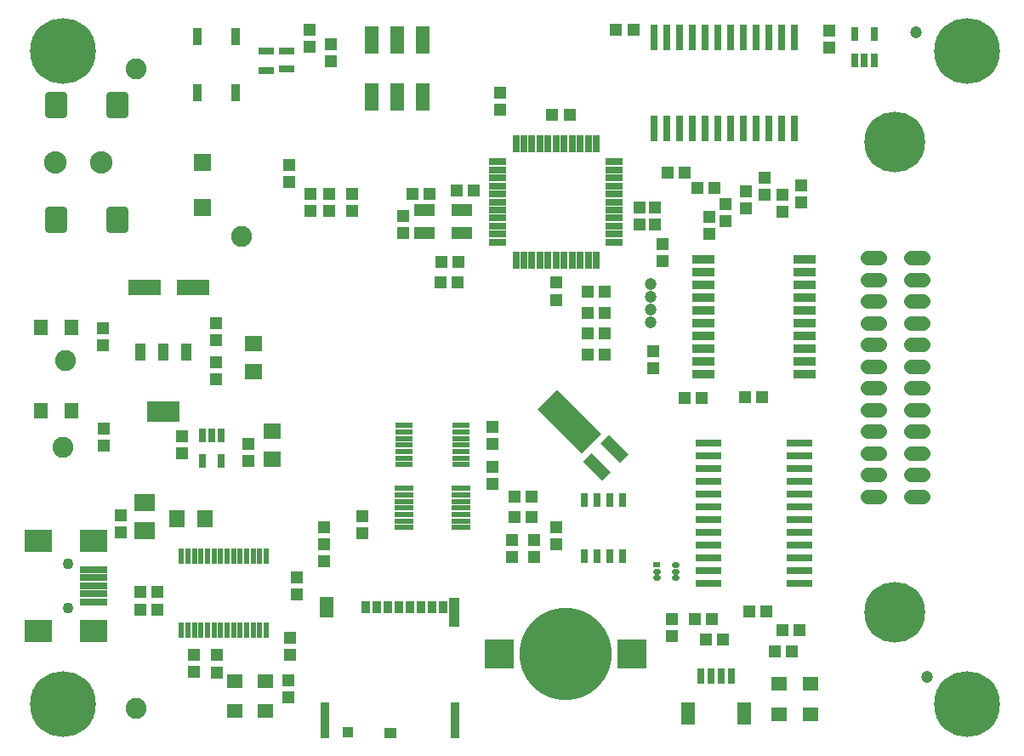
<source format=gbr>
G04 EAGLE Gerber RS-274X export*
G75*
%MOMM*%
%FSLAX34Y34*%
%LPD*%
%INSoldermask Top*%
%IPPOS*%
%AMOC8*
5,1,8,0,0,1.08239X$1,22.5*%
G01*
%ADD10R,1.203200X1.303200*%
%ADD11R,1.303200X1.203200*%
%ADD12C,1.203200*%
%ADD13R,1.603200X1.403200*%
%ADD14R,0.965200X1.727200*%
%ADD15R,1.603200X1.803200*%
%ADD16R,2.003200X1.803200*%
%ADD17R,0.753200X1.403200*%
%ADD18R,1.703200X0.703200*%
%ADD19R,0.703200X1.703200*%
%ADD20R,1.803200X1.603200*%
%ADD21R,3.203200X1.603200*%
%ADD22R,1.016000X1.727200*%
%ADD23R,3.327400X2.108200*%
%ADD24R,1.673200X1.727200*%
%ADD25C,0.793150*%
%ADD26C,2.235200*%
%ADD27R,2.103200X1.303200*%
%ADD28C,1.422400*%
%ADD29C,6.045200*%
%ADD30R,1.403200X1.603200*%
%ADD31R,1.473200X2.743200*%
%ADD32R,2.235200X0.863600*%
%ADD33C,6.553200*%
%ADD34R,2.703200X0.703200*%
%ADD35R,2.703200X2.203200*%
%ADD36C,1.103200*%
%ADD37C,2.082800*%
%ADD38R,0.551200X1.600200*%
%ADD39R,1.524000X0.762000*%
%ADD40R,0.762000X2.514600*%
%ADD41R,2.514600X0.762000*%
%ADD42R,0.803200X1.553200*%
%ADD43R,1.403200X2.203200*%
%ADD44R,0.803200X0.623200*%
%ADD45C,0.623200*%
%ADD46R,0.903200X1.303200*%
%ADD47R,1.343200X2.033200*%
%ADD48R,1.063200X3.003200*%
%ADD49R,0.903200X3.533200*%
%ADD50R,1.103200X1.133200*%
%ADD51R,1.253200X0.983200*%
%ADD52R,1.203200X2.703200*%
%ADD53R,2.703200X6.203200*%
%ADD54R,0.803200X1.403200*%
%ADD55R,2.984500X2.984500*%
%ADD56C,9.203200*%
%ADD57R,1.676400X0.558800*%
%ADD58R,1.879600X0.558800*%


D10*
X639420Y543900D03*
X639420Y526900D03*
D11*
X758700Y102320D03*
X775700Y102320D03*
D10*
X316950Y706900D03*
X316950Y689900D03*
D11*
X537100Y636700D03*
X554100Y636700D03*
D12*
X910200Y76920D03*
X899300Y718120D03*
D13*
X762370Y69800D03*
X762370Y39800D03*
D14*
X183750Y658760D03*
X183750Y714640D03*
X221850Y658760D03*
X221850Y714640D03*
D10*
X519000Y195900D03*
X519000Y212900D03*
D11*
X499400Y235500D03*
X516400Y235500D03*
D10*
X497100Y195900D03*
X497100Y212900D03*
D11*
X499400Y255900D03*
X516400Y255900D03*
D10*
X107300Y220600D03*
X107300Y237600D03*
X274600Y73400D03*
X274600Y56400D03*
D11*
X443900Y489900D03*
X426900Y489900D03*
X443100Y469600D03*
X426100Y469600D03*
D10*
X202700Y98400D03*
X202700Y81400D03*
D15*
X191600Y234000D03*
X163600Y234000D03*
D11*
X126600Y161500D03*
X143600Y161500D03*
X126600Y144000D03*
X143600Y144000D03*
D10*
X180400Y98600D03*
X180400Y81600D03*
D13*
X221000Y42700D03*
X221000Y72700D03*
X251000Y42700D03*
X251000Y72700D03*
D16*
X131500Y222600D03*
X131500Y250600D03*
D17*
X838200Y690799D03*
X847700Y690799D03*
X857200Y690799D03*
X857200Y716801D03*
X838200Y716801D03*
D18*
X482700Y589600D03*
X482700Y581600D03*
X482700Y573600D03*
X482700Y565600D03*
X482700Y557600D03*
X482700Y549600D03*
X482700Y541600D03*
X482700Y533600D03*
X482700Y525600D03*
X482700Y517600D03*
X482700Y509600D03*
D19*
X500700Y491600D03*
X508700Y491600D03*
X516700Y491600D03*
X524700Y491600D03*
X532700Y491600D03*
X540700Y491600D03*
X548700Y491600D03*
X556700Y491600D03*
X564700Y491600D03*
X572700Y491600D03*
X580700Y491600D03*
D18*
X598700Y509600D03*
X598700Y517600D03*
X598700Y525600D03*
X598700Y533600D03*
X598700Y541600D03*
X598700Y549600D03*
X598700Y557600D03*
X598700Y565600D03*
X598700Y573600D03*
X598700Y581600D03*
X598700Y589600D03*
D19*
X580700Y607600D03*
X572700Y607600D03*
X564700Y607600D03*
X556700Y607600D03*
X548700Y607600D03*
X540700Y607600D03*
X532700Y607600D03*
X524700Y607600D03*
X516700Y607600D03*
X508700Y607600D03*
X500700Y607600D03*
D10*
X646500Y490800D03*
X646500Y507800D03*
X540600Y452200D03*
X540600Y469200D03*
D11*
X441800Y561200D03*
X458800Y561200D03*
D10*
X623700Y543800D03*
X623700Y526800D03*
D20*
X239900Y408600D03*
X239900Y380600D03*
D10*
X168500Y316400D03*
X168500Y299400D03*
D21*
X179500Y464500D03*
X131500Y464500D03*
D17*
X207300Y317601D03*
X197800Y317601D03*
X188300Y317601D03*
X188300Y291599D03*
X207300Y291599D03*
D10*
X234000Y292100D03*
X234000Y309100D03*
D22*
X172507Y400200D03*
X149800Y400200D03*
X126915Y400200D03*
D23*
X149800Y340790D03*
D10*
X202500Y428800D03*
X202500Y411800D03*
X202500Y390300D03*
X202500Y373300D03*
D20*
X258300Y321800D03*
X258300Y293800D03*
D24*
X188300Y589370D03*
X188300Y543830D03*
D25*
X49650Y637350D02*
X35550Y637350D01*
X35550Y655450D01*
X49650Y655450D01*
X49650Y637350D01*
X49650Y644885D02*
X35550Y644885D01*
X35550Y652420D02*
X49650Y652420D01*
X49650Y523350D02*
X35550Y523350D01*
X35550Y541450D01*
X49650Y541450D01*
X49650Y523350D01*
X49650Y530885D02*
X35550Y530885D01*
X35550Y538420D02*
X49650Y538420D01*
X96550Y637350D02*
X110650Y637350D01*
X96550Y637350D02*
X96550Y655450D01*
X110650Y655450D01*
X110650Y637350D01*
X110650Y644885D02*
X96550Y644885D01*
X96550Y652420D02*
X110650Y652420D01*
X110650Y523350D02*
X96550Y523350D01*
X96550Y541450D01*
X110650Y541450D01*
X110650Y523350D01*
X110650Y530885D02*
X96550Y530885D01*
X96550Y538420D02*
X110650Y538420D01*
D26*
X42600Y589400D03*
X88320Y589400D03*
D27*
X447000Y541800D03*
X410000Y518800D03*
X447000Y518800D03*
X410000Y541800D03*
D11*
X397700Y558000D03*
X414700Y558000D03*
D10*
X388100Y535800D03*
X388100Y518800D03*
D28*
X850614Y493745D02*
X862806Y493745D01*
X862806Y472155D02*
X850614Y472155D01*
X850614Y450565D02*
X862806Y450565D01*
X862806Y428975D02*
X850614Y428975D01*
X850614Y407385D02*
X862806Y407385D01*
X862806Y385795D02*
X850614Y385795D01*
X850614Y364205D02*
X862806Y364205D01*
X862806Y342615D02*
X850614Y342615D01*
X850614Y321025D02*
X862806Y321025D01*
X862806Y299435D02*
X850614Y299435D01*
X850614Y277845D02*
X862806Y277845D01*
X862806Y256255D02*
X850614Y256255D01*
X893794Y493745D02*
X905986Y493745D01*
X905986Y472155D02*
X893794Y472155D01*
X893794Y450565D02*
X905986Y450565D01*
X905986Y428975D02*
X893794Y428975D01*
X893794Y407385D02*
X905986Y407385D01*
X905986Y385795D02*
X893794Y385795D01*
X893794Y364205D02*
X905986Y364205D01*
X905986Y342615D02*
X893794Y342615D01*
X893794Y321025D02*
X905986Y321025D01*
X905986Y299435D02*
X893794Y299435D01*
X893794Y277845D02*
X905986Y277845D01*
X905986Y256255D02*
X893794Y256255D01*
D29*
X878300Y608934D03*
X878300Y141066D03*
D10*
X276000Y115600D03*
X276000Y98600D03*
X89400Y424100D03*
X89400Y407100D03*
D30*
X58100Y424800D03*
X28100Y424800D03*
D10*
X90300Y324100D03*
X90300Y307100D03*
D30*
X58100Y341400D03*
X28100Y341400D03*
D11*
X765900Y123200D03*
X782900Y123200D03*
D13*
X794000Y69600D03*
X794000Y39600D03*
D11*
X600600Y721400D03*
X617600Y721400D03*
D10*
X812500Y703400D03*
X812500Y720400D03*
X541100Y208900D03*
X541100Y225900D03*
X337700Y540900D03*
X337700Y557900D03*
X296300Y540900D03*
X296300Y557900D03*
X314500Y540800D03*
X314500Y557800D03*
X275400Y586700D03*
X275400Y569700D03*
D11*
X750000Y142000D03*
X733000Y142000D03*
D10*
X347500Y220000D03*
X347500Y237000D03*
D31*
X407900Y711000D03*
X407900Y654000D03*
X382500Y711000D03*
X382500Y654000D03*
X357100Y711000D03*
X357100Y654000D03*
D32*
X787792Y377850D03*
X787792Y390550D03*
X787792Y403250D03*
X787792Y415950D03*
X787792Y428650D03*
X787792Y441350D03*
X787792Y454050D03*
X787792Y466750D03*
X687208Y466750D03*
X687208Y454050D03*
X687208Y441350D03*
X687208Y428650D03*
X687208Y415950D03*
X687208Y403250D03*
X687208Y390550D03*
X687208Y377850D03*
X787792Y479450D03*
X787792Y492150D03*
X687208Y479450D03*
X687208Y492150D03*
D11*
X746000Y355000D03*
X729000Y355000D03*
X572500Y439000D03*
X589500Y439000D03*
D33*
X50000Y50000D03*
X950000Y50000D03*
X950000Y700000D03*
X50000Y700000D03*
D34*
X80000Y167500D03*
X80000Y175500D03*
X80000Y151500D03*
X80000Y159500D03*
D35*
X25000Y122500D03*
X25000Y212500D03*
X80000Y122500D03*
X80000Y212500D03*
D34*
X80000Y183500D03*
D36*
X55000Y189500D03*
X55000Y145500D03*
D37*
X227500Y515000D03*
X52000Y392000D03*
X50000Y305000D03*
X122500Y682500D03*
D38*
X252250Y123440D03*
X245750Y123440D03*
X239250Y123440D03*
X232750Y123440D03*
X226250Y123440D03*
X219750Y123440D03*
X213250Y123440D03*
X200250Y123440D03*
X206750Y123440D03*
X193750Y123440D03*
X187250Y123440D03*
X180750Y123440D03*
X174250Y123440D03*
X167750Y123440D03*
X252250Y196560D03*
X245750Y196560D03*
X239250Y196560D03*
X232750Y196560D03*
X226250Y196560D03*
X219750Y196560D03*
X213250Y196560D03*
X206750Y196560D03*
X200250Y196560D03*
X193750Y196560D03*
X187250Y196560D03*
X180750Y196560D03*
X174250Y196560D03*
X167750Y196560D03*
D10*
X282500Y176000D03*
X282500Y159000D03*
D39*
X272660Y682253D03*
X272660Y699652D03*
X252340Y699652D03*
X252340Y680348D03*
D10*
X295000Y721000D03*
X295000Y704000D03*
X785000Y549500D03*
X785000Y566500D03*
X766000Y540000D03*
X766000Y557000D03*
X748000Y557000D03*
X748000Y574000D03*
X730000Y543000D03*
X730000Y560000D03*
D11*
X669000Y579000D03*
X652000Y579000D03*
X698500Y564000D03*
X681500Y564000D03*
D10*
X709000Y530500D03*
X709000Y547500D03*
X693000Y517500D03*
X693000Y534500D03*
D40*
X638650Y622788D03*
X651350Y622788D03*
X664050Y622788D03*
X676750Y622788D03*
X689450Y622788D03*
X702150Y622788D03*
X714850Y622788D03*
X727550Y622788D03*
X740250Y622788D03*
X752950Y622788D03*
X765650Y622788D03*
X778350Y622788D03*
X778350Y713212D03*
X765650Y713212D03*
X752950Y713212D03*
X740250Y713212D03*
X727550Y713212D03*
X714850Y713212D03*
X702150Y713212D03*
X689450Y713212D03*
X676750Y713212D03*
X664050Y713212D03*
X651350Y713212D03*
X638650Y713212D03*
D41*
X782712Y170150D03*
X782712Y182850D03*
X782712Y195550D03*
X782712Y208250D03*
X782712Y220950D03*
X782712Y233650D03*
X782712Y246350D03*
X782712Y259050D03*
X782712Y271750D03*
X782712Y284450D03*
X782712Y297150D03*
X782712Y309850D03*
X692288Y309850D03*
X692288Y297150D03*
X692288Y284450D03*
X692288Y271750D03*
X692288Y259050D03*
X692288Y246350D03*
X692288Y233650D03*
X692288Y220950D03*
X692288Y208250D03*
X692288Y195550D03*
X692288Y182850D03*
X692288Y170150D03*
D12*
X635000Y429900D03*
X635000Y442600D03*
X635000Y455300D03*
X635000Y468000D03*
D11*
X690000Y114000D03*
X707000Y114000D03*
X679000Y134500D03*
X696000Y134500D03*
D42*
X685000Y77500D03*
X695000Y77500D03*
X705000Y77500D03*
X715000Y77500D03*
D43*
X728000Y40750D03*
X672000Y40750D03*
D11*
X589500Y397500D03*
X572500Y397500D03*
X589500Y418500D03*
X572500Y418500D03*
D10*
X310000Y191500D03*
X310000Y208500D03*
X310000Y226000D03*
X310000Y209000D03*
X656000Y134000D03*
X656000Y117000D03*
D44*
X640500Y188500D03*
D45*
X639600Y182000D02*
X641400Y182000D01*
X641400Y175500D02*
X639600Y175500D01*
X658600Y175500D02*
X660400Y175500D01*
X660400Y182000D02*
X658600Y182000D01*
X658600Y188500D02*
X660400Y188500D01*
D11*
X572500Y460000D03*
X589500Y460000D03*
D10*
X637500Y401000D03*
X637500Y384000D03*
D11*
X685500Y354500D03*
X668500Y354500D03*
D10*
X485000Y658500D03*
X485000Y641500D03*
D46*
X351200Y146250D03*
X362200Y146250D03*
X373200Y146250D03*
X384200Y146250D03*
X395200Y146250D03*
X406200Y146250D03*
X417200Y146250D03*
X428200Y146250D03*
D47*
X312400Y146100D03*
D48*
X439000Y141250D03*
D49*
X310200Y33600D03*
X439800Y33600D03*
D50*
X333300Y21600D03*
D51*
X375950Y20850D03*
D52*
G36*
X594831Y280717D02*
X586323Y272209D01*
X567209Y291323D01*
X575717Y299831D01*
X594831Y280717D01*
G37*
G36*
X612791Y298677D02*
X604283Y290169D01*
X585169Y309283D01*
X593677Y317791D01*
X612791Y298677D01*
G37*
D53*
G36*
X585567Y318547D02*
X566453Y299433D01*
X522591Y343295D01*
X541705Y362409D01*
X585567Y318547D01*
G37*
D54*
X606550Y253000D03*
X593850Y253000D03*
X581150Y253000D03*
X568450Y253000D03*
X568450Y197000D03*
X581150Y197000D03*
X593850Y197000D03*
X606550Y197000D03*
D37*
X122500Y45000D03*
D55*
X616040Y100000D03*
X483960Y100000D03*
D56*
X550000Y100000D03*
D57*
X389306Y327000D03*
X389306Y320500D03*
X389306Y314000D03*
X389306Y307500D03*
X389306Y301000D03*
X389306Y294500D03*
X389306Y288000D03*
X445694Y288000D03*
X445694Y294500D03*
X445694Y301000D03*
X445694Y307500D03*
X445694Y314000D03*
X445694Y320500D03*
X445694Y327000D03*
D58*
X389306Y264500D03*
X389306Y258000D03*
X389306Y251500D03*
X389306Y245000D03*
X389306Y238500D03*
X389306Y232000D03*
X389306Y225500D03*
X445694Y225500D03*
X445694Y232000D03*
X445694Y238500D03*
X445694Y245000D03*
X445694Y251500D03*
X445694Y258000D03*
X445694Y264500D03*
D10*
X477500Y269000D03*
X477500Y286000D03*
X477500Y326000D03*
X477500Y309000D03*
M02*

</source>
